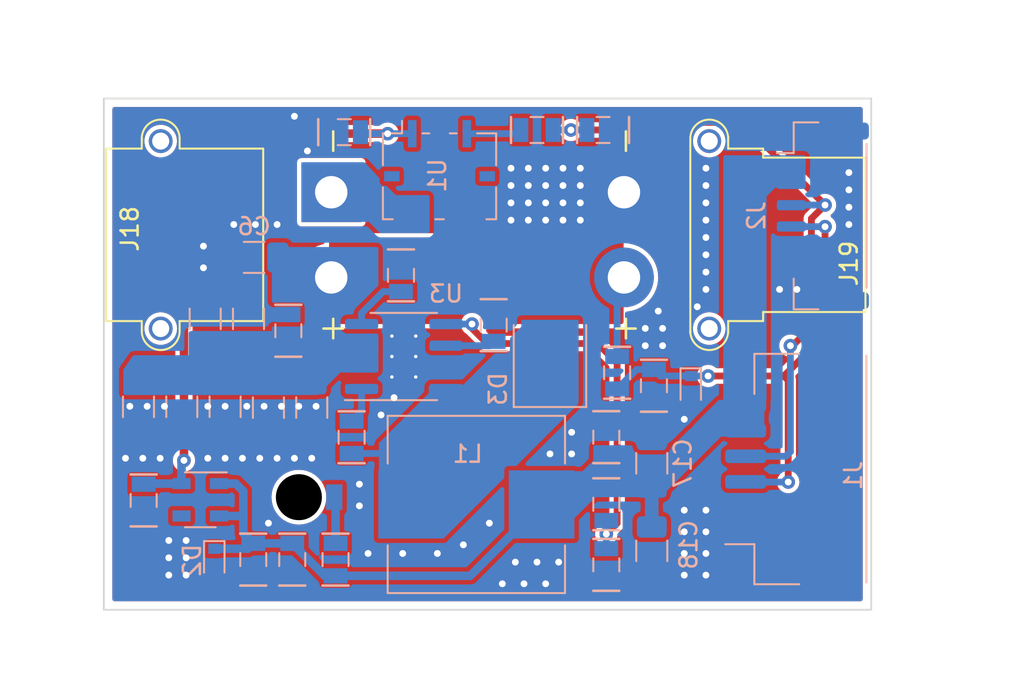
<source format=kicad_pcb>
(kicad_pcb (version 20210424) (generator pcbnew)
  (layers (0 "F.Cu" signal) (31 "B.Cu" signal) (34 "B.Paste" user) (35 "F.Paste" user) (36 "B.SilkS" user "B.Silkscreen") (37 "F.SilkS" user "F.Silkscreen") (38 "B.Mask" user) (39 "F.Mask" user) (44 "Edge.Cuts" user))
  (net 0 "")
  (net 1 "GND")
  (net 2 "VCC")
  (net 3 "/5V3")
  (net 4 "+3V3")
  (net 5 "Net-(C14-Pad1)")
  (net 6 "Net-(C15-Pad1)")
  (net 7 "Net-(C15-Pad2)")
  (net 8 "Net-(D1-Pad2)")
  (net 9 "/SENSE_CURRENT")
  (net 10 "/SENSE_VOLTAGE")
  (net 11 "Net-(J18-Pad1)")
  (net 12 "Net-(R2-Pad1)")
  (net 13 "Net-(R5-Pad2)")
  (net 14 "Net-(R7-Pad1)")
  (footprint "Connector_AMASS:AMASS_XT30PW-F_1x02_P2.50mm_Horizontal" (layer "F.Cu") (at 30.5 -24.5 -90)
    (fp_text reference "J19" (at 4.18 -13.188 90) (layer "F.SilkS"))
    (fp_text value "XT30PW-F")
    (fp_text user "-" (at -3 0 90) (layer "F.SilkS") (effects (font (size 1.5 1.5))))
    (fp_text user "+" (at 8 0 90) (layer "F.SilkS") (effects (font (size 1.5 1.5))))
    (pad "" thru_hole circle locked (at 8 -5 270) (size 1.4 1.4) (drill 1) (layers *.Cu *.Mask))
    (pad "" thru_hole circle locked (at -3 -5) (size 1.4 1.4) (drill 1) (layers *.Cu *.Mask))
    (pad "1" thru_hole rect locked (at 0 0 270) (size 3.5 3.5) (drill 1.9) (layers *.Cu *.Mask) (net 1 "GND"))
    (pad "2" thru_hole circle locked (at 5 0 270) (size 3.5 3.5) (drill 1.9) (layers *.Cu *.Mask) (net 2 "VCC"))
  )
  (footprint "Connector_AMASS:AMASS_XT30PW-M_1x02_P2.50mm_Horizontal" (layer "F.Cu") (at 13.335 -24.5 90)
    (fp_text reference "J18" (at -2.148 -11.811 90) (layer "F.SilkS"))
    (fp_text value "XT30PW-M")
    (fp_text user "-" (at 3 0 90) (layer "F.SilkS") (effects (font (size 1.5 1.5))))
    (fp_text user "+" (at -8 0 90) (layer "F.SilkS") (effects (font (size 1.5 1.5))))
    (pad "" thru_hole circle locked (at 3 -10 90) (size 1.4 1.4) (drill 1) (layers *.Cu *.Mask))
    (pad "" thru_hole circle locked (at -8 -10 90) (size 1.4 1.4) (drill 1) (layers *.Cu *.Mask))
    (pad "1" thru_hole rect locked (at 0 0 90) (size 3.5 3.5) (drill 1.9) (layers *.Cu *.Mask) (net 11 "Net-(J18-Pad1)"))
    (pad "2" thru_hole circle locked (at -5 0 90) (size 3.5 3.5) (drill 1.9) (layers *.Cu *.Mask) (net 2 "VCC"))
  )
  (footprint "Connector_Molex:Molex_CLIK-Mate_505405-0670_1x06-1MP_P1.50mm_Vertical" (layer "B.Cu") (at 40.386 -8.255 90)
    (fp_text reference "J1" (at -0.381 3.556 90) (layer "B.SilkS") (effects (justify mirror)))
    (fp_text value "213226-0611")
    (pad "1" smd roundrect locked (at -3.75 -2.75 90) (size 0.8 2.4) (layers "B.Cu" "B.Paste" "B.Mask") (net 1 "GND"))
    (pad "2" smd roundrect locked (at -2.25 -2.75 90) (size 0.8 2.4) (layers "B.Cu" "B.Paste" "B.Mask") (net 1 "GND"))
    (pad "3" smd roundrect locked (at -0.75 -2.75 90) (size 0.8 2.4) (layers "B.Cu" "B.Paste" "B.Mask") (net 10 "/SENSE_VOLTAGE"))
    (pad "4" smd roundrect locked (at 0.75 -2.75 90) (size 0.8 2.4) (layers "B.Cu" "B.Paste" "B.Mask") (net 9 "/SENSE_CURRENT"))
    (pad "5" smd roundrect locked (at 2.25 -2.75 90) (size 0.8 2.4) (layers "B.Cu" "B.Paste" "B.Mask") (net 3 "/5V3"))
    (pad "6" smd roundrect locked (at 3.75 -2.75 90) (size 0.8 2.4) (layers "B.Cu" "B.Paste" "B.Mask") (net 3 "/5V3"))
    (pad "MP" smd roundrect locked (at 6.35 2.3 90) (size 1.8 3.3) (layers "B.Cu" "B.Paste" "B.Mask") (roundrect_rratio 0.138889) (net 1 "GND"))
    (pad "MP" smd roundrect locked (at -6.35 2.3 90) (size 1.8 3.3) (layers "B.Cu" "B.Paste" "B.Mask") (roundrect_rratio 0.138889) (net 1 "GND"))
  )
  (footprint "Mlab_R:SMD-0805" (layer "B.Cu") (at 14.5288 -10.1219 -90)
    (fp_text reference "C15")
    (fp_text value "100nF")
    (pad "1" smd rect locked (at -0.9525 0 270) (size 0.889 1.397) (layers "B.Cu" "B.Paste" "B.Mask") (net 6 "Net-(C15-Pad1)"))
    (pad "2" smd rect locked (at 0.9525 0 270) (size 0.889 1.397) (layers "B.Cu" "B.Paste" "B.Mask") (net 7 "Net-(C15-Pad2)"))
  )
  (footprint "Mlab_R:SMD-0805" (layer "B.Cu") (at 10.8204 -16.3703 90)
    (fp_text reference "C12")
    (fp_text value "100nF/50V" hide)
    (pad "1" smd rect locked (at -0.9525 0 90) (size 0.889 1.397) (layers "B.Cu" "B.Paste" "B.Mask") (net 2 "VCC"))
    (pad "2" smd rect locked (at 0.9525 0 90) (size 0.889 1.397) (layers "B.Cu" "B.Paste" "B.Mask") (net 1 "GND"))
  )
  (footprint "Resistor_SMD:R_1206_3216Metric" (layer "B.Cu") (at 4.572 -11.9096 -90)
    (fp_text reference "C8" hide)
    (fp_text value "10uF/50V" hide)
    (pad "1" smd roundrect locked (at -1.4 0 270) (size 1.25 1.75) (layers "B.Cu" "B.Paste" "B.Mask") (roundrect_rratio 0.2) (net 2 "VCC"))
    (pad "2" smd roundrect locked (at 1.4 0 270) (size 1.25 1.75) (layers "B.Cu" "B.Paste" "B.Mask") (roundrect_rratio 0.2) (net 1 "GND"))
  )
  (footprint "Mlab_R:SMD-0805" (layer "B.Cu") (at 25.4 -28.152)
    (fp_text reference "R7")
    (fp_text value "?")
    (pad "1" smd rect locked (at -0.9525 0) (size 0.889 1.397) (layers "B.Cu" "B.Paste" "B.Mask") (net 14 "Net-(R7-Pad1)"))
    (pad "2" smd rect locked (at 0.9525 0) (size 0.889 1.397) (layers "B.Cu" "B.Paste" "B.Mask") (net 9 "/SENSE_CURRENT"))
  )
  (footprint "Mlab_R:SMD-0805" (layer "B.Cu") (at 13.589 -2.9425 90)
    (fp_text reference "R1")
    (fp_text value "180R")
    (pad "1" smd rect locked (at -0.9525 0 90) (size 0.889 1.397) (layers "B.Cu" "B.Paste" "B.Mask") (net 3 "/5V3"))
    (pad "2" smd rect locked (at 0.9525 0 90) (size 0.889 1.397) (layers "B.Cu" "B.Paste" "B.Mask") (net 8 "Net-(D1-Pad2)"))
  )
  (footprint "Mlab_R:SMD-0805" (layer "B.Cu") (at 17.4244 -19.6215 90)
    (fp_text reference "R2")
    (fp_text value "59kR")
    (pad "1" smd rect locked (at -0.9525 0 90) (size 0.889 1.397) (layers "B.Cu" "B.Paste" "B.Mask") (net 12 "Net-(R2-Pad1)"))
    (pad "2" smd rect locked (at 0.9525 0 90) (size 0.889 1.397) (layers "B.Cu" "B.Paste" "B.Mask") (net 1 "GND"))
  )
  (footprint "Resistor_SMD:R_1206_3216Metric" (layer "B.Cu") (at 2.032 -11.9096 -90)
    (fp_text reference "C9" hide)
    (fp_text value "10uF/50V" hide)
    (pad "1" smd roundrect locked (at -1.4 0 270) (size 1.25 1.75) (layers "B.Cu" "B.Paste" "B.Mask") (roundrect_rratio 0.2) (net 2 "VCC"))
    (pad "2" smd roundrect locked (at 1.4 0 270) (size 1.25 1.75) (layers "B.Cu" "B.Paste" "B.Mask") (roundrect_rratio 0.2) (net 1 "GND"))
  )
  (footprint "Sensor_Current:Allegro_PSOF-7_4.8x6.4mm_P1.60mm" (layer "B.Cu") (at 19.685 -25.485 -90)
    (fp_text reference "U1" (at 0 0.127 90) (layer "B.SilkS") (effects (justify mirror)))
    (fp_text value "ACS781LLRTR-050U-T" hide)
    (pad "1" smd rect locked (at -2.45 1.6 270) (size 1.6 0.5) (layers "B.Cu" "B.Paste" "B.Mask") (net 4 "+3V3"))
    (pad "2" smd rect locked (at -2.45 0 270) (size 1.6 0.5) (layers "B.Cu" "B.Paste" "B.Mask") (net 1 "GND"))
    (pad "3" smd rect locked (at -2.45 -1.6 270) (size 1.6 0.5) (layers "B.Cu" "B.Paste" "B.Mask") (net 14 "Net-(R7-Pad1)"))
    (pad "4" smd rect locked (at 0.05 -2.8 270) (size 0.6 0.9) (layers "B.Cu" "B.Paste" "B.Mask"))
    (pad "5" smd rect locked (at 2.4 -1.5 270) (size 1.7 1.8) (layers "B.Cu" "B.Paste" "B.Mask") (net 1 "GND"))
    (pad "6" smd rect locked (at 2.4 1.5 270) (size 1.7 1.8) (layers "B.Cu" "B.Paste" "B.Mask") (net 11 "Net-(J18-Pad1)"))
    (pad "7" smd rect locked (at 0.05 2.8 270) (size 0.6 0.9) (layers "B.Cu" "B.Paste" "B.Mask"))
  )
  (footprint "Diode_SMD:D_PowerDI-5" (layer "B.Cu") (at 26.162 -15.706 90)
    (fp_text reference "D3" (at -2.752 -3.048 90) (layer "B.SilkS") (effects (justify mirror)))
    (fp_text value "PDS760-13" hide)
    (pad "1" smd rect locked (at -1.12 0 270) (size 4.86 3.36) (layers "B.Cu" "B.Paste" "B.Mask") (net 7 "Net-(C15-Pad2)"))
    (pad "2" smd rect locked (at 2.862 0.92 270) (size 1.4 1.39) (layers "B.Cu" "B.Paste" "B.Mask") (net 1 "GND"))
    (pad "2" smd rect locked (at 2.862 -0.92 270) (size 1.4 1.39) (layers "B.Cu" "B.Paste" "B.Mask") (net 1 "GND"))
  )
  (footprint "Mlab_R:SMD-0805" (layer "B.Cu") (at 22.86 -16.7005 90)
    (fp_text reference "C14")
    (fp_text value "22nF")
    (pad "1" smd rect locked (at -0.9525 0 90) (size 0.889 1.397) (layers "B.Cu" "B.Paste" "B.Mask") (net 5 "Net-(C14-Pad1)"))
    (pad "2" smd rect locked (at 0.9525 0 90) (size 0.889 1.397) (layers "B.Cu" "B.Paste" "B.Mask") (net 1 "GND"))
  )
  (footprint "Connector_JST:JST_GH_SM06B-GHS-TB_1x06-1MP_P1.25mm_Horizontal" (layer "B.Cu") (at 42.164 -23.114 -90)
    (fp_text reference "J2" (at 0 3.9 90) (layer "B.SilkS") (effects (justify mirror)))
    (fp_text value "SM06B-GHS-TB" hide)
    (pad "1" smd roundrect locked (at -3.125 1.85 270) (size 0.6 1.7) (layers "B.Cu" "B.Paste" "B.Mask") (net 3 "/5V3"))
    (pad "2" smd roundrect locked (at -1.875 1.85 270) (size 0.6 1.7) (layers "B.Cu" "B.Paste" "B.Mask") (net 3 "/5V3"))
    (pad "3" smd roundrect locked (at -0.625 1.85 270) (size 0.6 1.7) (layers "B.Cu" "B.Paste" "B.Mask") (net 9 "/SENSE_CURRENT"))
    (pad "4" smd roundrect locked (at 0.625 1.85 270) (size 0.6 1.7) (layers "B.Cu" "B.Paste" "B.Mask") (net 10 "/SENSE_VOLTAGE"))
    (pad "5" smd roundrect locked (at 1.875 1.85 270) (size 0.6 1.7) (layers "B.Cu" "B.Paste" "B.Mask") (net 1 "GND"))
    (pad "6" smd roundrect locked (at 3.125 1.85 270) (size 0.6 1.7) (layers "B.Cu" "B.Paste" "B.Mask") (net 1 "GND"))
    (pad "MP" smd roundrect locked (at 4.975 -1.35 270) (size 1 2.7) (layers "B.Cu" "B.Paste" "B.Mask") (net 1 "GND"))
    (pad "MP" smd roundrect locked (at -4.975 -1.35 270) (size 1 2.7) (layers "B.Cu" "B.Paste" "B.Mask") (net 1 "GND"))
  )
  (footprint "Mlab_R:SMD-0805" (layer "B.Cu") (at 29.464 -2.634 -90)
    (fp_text reference "R6")
    (fp_text value "R")
    (pad "1" smd rect locked (at -0.9525 0 270) (size 0.889 1.397) (layers "B.Cu" "B.Paste" "B.Mask") (net 13 "Net-(R5-Pad2)"))
    (pad "2" smd rect locked (at 0.9525 0 270) (size 0.889 1.397) (layers "B.Cu" "B.Paste" "B.Mask") (net 1 "GND"))
  )
  (footprint "Resistor_SMD:R_1206_3216Metric" (layer "B.Cu") (at 7.112 -11.9096 -90)
    (fp_text reference "C7" hide)
    (fp_text value "10uF/50V" hide)
    (pad "1" smd roundrect locked (at -1.4 0 270) (size 1.25 1.75) (layers "B.Cu" "B.Paste" "B.Mask") (roundrect_rratio 0.2) (net 2 "VCC"))
    (pad "2" smd roundrect locked (at 1.4 0 270) (size 1.25 1.75) (layers "B.Cu" "B.Paste" "B.Mask") (roundrect_rratio 0.2) (net 1 "GND"))
  )
  (footprint "Mlab_R:SMD-0805" (layer "B.Cu") (at 29.2735 -28.152)
    (fp_text reference "C19")
    (fp_text value "?")
    (pad "1" smd rect locked (at -0.9525 0) (size 0.889 1.397) (layers "B.Cu" "B.Paste" "B.Mask") (net 9 "/SENSE_CURRENT"))
    (pad "2" smd rect locked (at 0.9525 0) (size 0.889 1.397) (layers "B.Cu" "B.Paste" "B.Mask") (net 1 "GND"))
  )
  (footprint "Diode_SMD:D_SOD-523" (layer "B.Cu") (at 6.477 -2.879 -90)
    (fp_text reference "D2" (at 0 1.3 90) (layer "B.SilkS") (effects (justify mirror)))
    (fp_text value "BZX585-B5V6.115" hide)
    (pad "1" smd rect locked (at -0.7 0 90) (size 0.6 0.7) (layers "B.Cu" "B.Paste" "B.Mask") (net 3 "/5V3"))
    (pad "2" smd rect locked (at 0.7 0 90) (size 0.6 0.7) (layers "B.Cu" "B.Paste" "B.Mask") (net 1 "GND"))
  )
  (footprint "Mlab_R:SMD-0805" (layer "B.Cu") (at 29.464 -10.127 90)
    (fp_text reference "C16")
    (fp_text value "1uF")
    (pad "1" smd rect locked (at -0.9525 0 90) (size 0.889 1.397) (layers "B.Cu" "B.Paste" "B.Mask") (net 3 "/5V3"))
    (pad "2" smd rect locked (at 0.9525 0 90) (size 0.889 1.397) (layers "B.Cu" "B.Paste" "B.Mask") (net 1 "GND"))
  )
  (footprint "Resistor_SMD:R_1206_3216Metric" (layer "B.Cu") (at 32.131 -3.4565 -90)
    (fp_text reference "C18" (at -0.3535 -2.159 90) (layer "B.SilkS") (effects (justify mirror)))
    (fp_text value "100uF/6V3" hide)
    (pad "1" smd roundrect locked (at -1.4 0 270) (size 1.25 1.75) (layers "B.Cu" "B.Paste" "B.Mask") (roundrect_rratio 0.2) (net 3 "/5V3"))
    (pad "2" smd roundrect locked (at 1.4 0 270) (size 1.25 1.75) (layers "B.Cu" "B.Paste" "B.Mask") (roundrect_rratio 0.2) (net 1 "GND"))
  )
  (footprint "Mlab_R:SMD-0805" (layer "B.Cu") (at 14.097 -28.025 180)
    (fp_text reference "C4")
    (fp_text value "100nF")
    (pad "1" smd rect locked (at -0.9525 0 180) (size 0.889 1.397) (layers "B.Cu" "B.Paste" "B.Mask") (net 4 "+3V3"))
    (pad "2" smd rect locked (at 0.9525 0 180) (size 0.889 1.397) (layers "B.Cu" "B.Paste" "B.Mask") (net 1 "GND"))
  )
  (footprint "Mlab_R:SMD-0805" (layer "B.Cu") (at 2.3368 -6.4135 -90)
    (fp_text reference "C13")
    (fp_text value "1uF")
    (pad "1" smd rect locked (at -0.9525 0 270) (size 0.889 1.397) (layers "B.Cu" "B.Paste" "B.Mask") (net 4 "+3V3"))
    (pad "2" smd rect locked (at 0.9525 0 270) (size 0.889 1.397) (layers "B.Cu" "B.Paste" "B.Mask") (net 1 "GND"))
  )
  (footprint "Resistor_SMD:R_1206_3216Metric" (layer "B.Cu") (at 5.9436 -17.0688 90)
    (fp_text reference "C1" hide)
    (fp_text value "10uF/50V" hide)
    (pad "1" smd roundrect locked (at -1.4 0 90) (size 1.25 1.75) (layers "B.Cu" "B.Paste" "B.Mask") (roundrect_rratio 0.2) (net 2 "VCC"))
    (pad "2" smd roundrect locked (at 1.4 0 90) (size 1.25 1.75) (layers "B.Cu" "B.Paste" "B.Mask") (roundrect_rratio 0.2) (net 1 "GND"))
  )
  (footprint "Resistor_SMD:R_1206_3216Metric" (layer "B.Cu") (at 8.4836 -17.0688 90)
    (fp_text reference "C11" hide)
    (fp_text value "10uF/50V" hide)
    (pad "1" smd roundrect locked (at -1.4 0 90) (size 1.25 1.75) (layers "B.Cu" "B.Paste" "B.Mask") (roundrect_rratio 0.2) (net 2 "VCC"))
    (pad "2" smd roundrect locked (at 1.4 0 90) (size 1.25 1.75) (layers "B.Cu" "B.Paste" "B.Mask") (roundrect_rratio 0.2) (net 1 "GND"))
  )
  (footprint "Mlab_D:LED_1206" (layer "B.Cu") (at 11.4378 -6.604 180)
    (fp_text reference "D1" hide)
    (fp_text value "LED GREEN" hide)
    (pad "" np_thru_hole circle locked (at 0 0 180) (size 2.7 2.7) (drill 2.7) (layers *.Mask))
    (pad "1" smd rect locked (at 2.075 0 180) (size 0.95 1.5) (layers "B.Cu" "B.Paste" "B.Mask") (net 1 "GND"))
    (pad "2" smd rect locked (at -2.075 0 180) (size 0.95 1.5) (layers "B.Cu" "B.Paste" "B.Mask") (net 8 "Net-(D1-Pad2)"))
  )
  (footprint "Resistor_SMD:R_1206_3216Metric" (layer "B.Cu") (at 32.131 -8.594 90)
    (fp_text reference "C17" (at 0 1.82 90) (layer "B.SilkS") (effects (justify mirror)))
    (fp_text value "100uF/6V3" hide)
    (pad "1" smd roundrect locked (at -1.4 0 90) (size 1.25 1.75) (layers "B.Cu" "B.Paste" "B.Mask") (roundrect_rratio 0.2) (net 3 "/5V3"))
    (pad "2" smd roundrect locked (at 1.4 0 90) (size 1.25 1.75) (layers "B.Cu" "B.Paste" "B.Mask") (roundrect_rratio 0.2) (net 1 "GND"))
  )
  (footprint "Mlab_R:SMD-0805" (layer "B.Cu") (at 32.258 -13.1445 -90)
    (fp_text reference "R4")
    (fp_text value "1k5")
    (pad "1" smd rect locked (at -0.9525 0 270) (size 0.889 1.397) (layers "B.Cu" "B.Paste" "B.Mask") (net 10 "/SENSE_VOLTAGE"))
    (pad "2" smd rect locked (at 0.9525 0 270) (size 0.889 1.397) (layers "B.Cu" "B.Paste" "B.Mask") (net 1 "GND"))
  )
  (footprint "Mlab_R:SMD-0805" (layer "B.Cu") (at 8.763 -2.9425 -90)
    (fp_text reference "C5")
    (fp_text value "100nF")
    (pad "1" smd rect locked (at -0.9525 0 270) (size 0.889 1.397) (layers "B.Cu" "B.Paste" "B.Mask") (net 3 "/5V3"))
    (pad "2" smd rect locked (at 0.9525 0 270) (size 0.889 1.397) (layers "B.Cu" "B.Paste" "B.Mask") (net 1 "GND"))
  )
  (footprint "Resistor_SMD:R_1206_3216Metric" (layer "B.Cu") (at 8.8108 -20.6756 180)
    (fp_text reference "C6" (at 0 1.82) (layer "B.SilkS") (effects (justify mirror)))
    (fp_text value "10uF/50V" hide)
    (pad "1" smd roundrect locked (at -1.4 0 180) (size 1.25 1.75) (layers "B.Cu" "B.Paste" "B.Mask") (roundrect_rratio 0.2) (net 2 "VCC"))
    (pad "2" smd roundrect locked (at 1.4 0 180) (size 1.25 1.75) (layers "B.Cu" "B.Paste" "B.Mask") (roundrect_rratio 0.2) (net 1 "GND"))
  )
  (footprint "Diode_SMD:D_SOD-523" (layer "B.Cu") (at 34.417 -13.016 -90)
    (fp_text reference "D4" hide)
    (fp_text value "BZX585-B5V6.115" hide)
    (pad "1" smd rect locked (at -0.7 0 90) (size 0.6 0.7) (layers "B.Cu" "B.Paste" "B.Mask") (net 10 "/SENSE_VOLTAGE"))
    (pad "2" smd rect locked (at 0.7 0 90) (size 0.6 0.7) (layers "B.Cu" "B.Paste" "B.Mask") (net 1 "GND"))
  )
  (footprint "Mlab_R:SMD-0805" (layer "B.Cu") (at 11.049 -2.9425 -90)
    (fp_text reference "C3")
    (fp_text value "10uF")
    (pad "1" smd rect locked (at -0.9525 0 270) (size 0.889 1.397) (layers "B.Cu" "B.Paste" "B.Mask") (net 3 "/5V3"))
    (pad "2" smd rect locked (at 0.9525 0 270) (size 0.889 1.397) (layers "B.Cu" "B.Paste" "B.Mask") (net 1 "GND"))
  )
  (footprint "Mlab_R:SMD-0805" (layer "B.Cu") (at 29.464 -6.19 -90)
    (fp_text reference "R5")
    (fp_text value "R")
    (pad "1" smd rect locked (at -0.9525 0 270) (size 0.889 1.397) (layers "B.Cu" "B.Paste" "B.Mask") (net 3 "/5V3"))
    (pad "2" smd rect locked (at 0.9525 0 270) (size 0.889 1.397) (layers "B.Cu" "B.Paste" "B.Mask") (net 13 "Net-(R5-Pad2)"))
  )
  (footprint "Inductor_SMD:L_Wuerth_HCI-1050" (layer "B.Cu") (at 21.844 -6.178)
    (fp_text reference "L1" (at -0.508 -2.966) (layer "B.SilkS") (effects (justify mirror)))
    (fp_text value "HCI1050-5R5" hide)
    (pad "1" smd rect locked (at -3.825 0) (size 3.85 4) (layers "B.Cu" "B.Paste" "B.Mask") (net 7 "Net-(C15-Pad2)"))
    (pad "2" smd rect locked (at 3.825 0) (size 3.85 4) (layers "B.Cu" "B.Paste" "B.Mask") (net 3 "/5V3"))
  )
  (footprint "Package_SO:SOIC-8-1EP_3.9x4.9mm_P1.27mm_EP2.41x3.3mm_ThermalVias" (layer "B.Cu") (at 17.591 -14.859)
    (fp_text reference "U3" (at 2.475 -3.683) (layer "B.SilkS") (effects (justify mirror)))
    (fp_text value "LMR14050" hide)
    (pad "1" smd roundrect locked (at -2.475 1.905) (size 1.95 0.6) (layers "B.Cu" "B.Paste" "B.Mask") (net 6 "Net-(C15-Pad1)"))
    (pad "2" smd roundrect locked (at -2.475 0.635) (size 1.95 0.6) (layers "B.Cu" "B.Paste" "B.Mask") (net 2 "VCC"))
    (pad "3" smd roundrect locked (at -2.475 -0.635) (size 1.95 0.6) (layers "B.Cu" "B.Paste" "B.Mask") (net 2 "VCC"))
    (pad "4" smd roundrect locked (at -2.475 -1.905) (size 1.95 0.6) (layers "B.Cu" "B.Paste" "B.Mask") (net 12 "Net-(R2-Pad1)"))
    (pad "5" smd roundrect locked (at 2.475 -1.905) (size 1.95 0.6) (layers "B.Cu" "B.Paste" "B.Mask") (net 13 "Net-(R5-Pad2)"))
    (pad "6" smd roundrect locked (at 2.475 -0.635) (size 1.95 0.6) (layers "B.Cu" "B.Paste" "B.Mask") (net 5 "Net-(C14-Pad1)"))
    (pad "7" smd roundrect locked (at 2.475 0.635) (size 1.95 0.6) (layers "B.Cu" "B.Paste" "B.Mask") (net 1 "GND"))
    (pad "8" smd roundrect locked (at 2.475 1.905) (size 1.95 0.6) (layers "B.Cu" "B.Paste" "B.Mask") (net 7 "Net-(C15-Pad2)"))
    (pad "9" thru_hole circle locked (at 0.7 -1.2) (size 0.5 0.5) (drill 0.2) (layers *.Cu) (net 1 "GND"))
    (pad "9" thru_hole circle locked (at 0.7 1.2) (size 0.5 0.5) (drill 0.2) (layers *.Cu) (net 1 "GND"))
    (pad "9" thru_hole circle locked (at 0.7 0) (size 0.5 0.5) (drill 0.2) (layers *.Cu) (net 1 "GND"))
    (pad "9" smd roundrect locked (at 0 0) (size 1.9 2.9) (layers "F.Cu") (roundrect_rratio 0.131579) (net 1 "GND"))
    (pad "9" smd roundrect locked (at 0 0) (size 2.41 3.3) (layers "B.Cu" "B.Mask") (roundrect_rratio 0.103734) (net 1 "GND"))
    (pad "9" thru_hole circle locked (at -0.7 -1.2) (size 0.5 0.5) (drill 0.2) (layers *.Cu) (net 1 "GND"))
    (pad "9" thru_hole circle locked (at -0.7 1.2) (size 0.5 0.5) (drill 0.2) (layers *.Cu) (net 1 "GND"))
    (pad "9" thru_hole circle locked (at -0.7 0) (size 0.5 0.5) (drill 0.2) (layers *.Cu) (net 1 "GND"))
  )
  (footprint "Mlab_R:SMD-0805" (layer "B.Cu") (at 30.099 -13.9065 -90)
    (fp_text reference "R3")
    (fp_text value "13k7")
    (pad "1" smd rect locked (at -0.9525 0 270) (size 0.889 1.397) (layers "B.Cu" "B.Paste" "B.Mask") (net 2 "VCC"))
    (pad "2" smd rect locked (at 0.9525 0 270) (size 0.889 1.397) (layers "B.Cu" "B.Paste" "B.Mask") (net 10 "/SENSE_VOLTAGE"))
  )
  (footprint "Package_TO_SOT_SMD:SOT-23-5" (layer "B.Cu") (at 5.6564 -6.4516 180)
    (fp_text reference "U2" hide)
    (fp_text value "MIC5504-3.3YM5" hide)
    (pad "1" smd rect locked (at -1.1 0.95 180) (size 1.06 0.65) (layers "B.Cu" "B.Paste" "B.Mask") (net 3 "/5V3"))
    (pad "2" smd rect locked (at -1.1 0 180) (size 1.06 0.65) (layers "B.Cu" "B.Paste" "B.Mask") (net 1 "GND"))
    (pad "3" smd rect locked (at -1.1 -0.95 180) (size 1.06 0.65) (layers "B.Cu" "B.Paste" "B.Mask") (net 3 "/5V3"))
    (pad "4" smd rect locked (at 1.1 -0.95 180) (size 1.06 0.65) (layers "B.Cu" "B.Paste" "B.Mask"))
    (pad "5" smd rect locked (at 1.1 0.95 180) (size 1.06 0.65) (layers "B.Cu" "B.Paste" "B.Mask") (net 4 "+3V3"))
  )
  (footprint "Resistor_SMD:R_1206_3216Metric" (layer "B.Cu") (at 12.192 -11.8648 -90)
    (fp_text reference "C10" hide)
    (fp_text value "10uF/50V" hide)
    (pad "1" smd roundrect locked (at -1.4 0 270) (size 1.25 1.75) (layers "B.Cu" "B.Paste" "B.Mask") (roundrect_rratio 0.2) (net 2 "VCC"))
    (pad "2" smd roundrect locked (at 1.4 0 270) (size 1.25 1.75) (layers "B.Cu" "B.Paste" "B.Mask") (roundrect_rratio 0.2) (net 1 "GND"))
  )
  (footprint "Resistor_SMD:R_1206_3216Metric" (layer "B.Cu") (at 9.652 -11.8588 -90)
    (fp_text reference "C2" hide)
    (fp_text value "10uF/50V" hide)
    (pad "1" smd roundrect locked (at -1.4 0 270) (size 1.25 1.75) (layers "B.Cu" "B.Paste" "B.Mask") (roundrect_rratio 0.2) (net 2 "VCC"))
    (pad "2" smd roundrect locked (at 1.4 0 270) (size 1.25 1.75) (layers "B.Cu" "B.Paste" "B.Mask") (roundrect_rratio 0.2) (net 1 "GND"))
  )
  (gr_rect (start 0 -30) (end 45 0) (layer "Edge.Cuts") (width 0.1) (fill none))
  (via (at 27.94 -25.908) (size 0.8) (drill 0.4) (layers "F.Cu" "B.Cu") (net 1))
  (via (at 25.908 -24.892) (size 0.8) (drill 0.4) (layers "F.Cu" "B.Cu") (net 1))
  (via (at 7.112 -8.89) (size 0.8) (drill 0.4) (layers "F.Cu" "B.Cu") (net 1))
  (via (at 24.638 -1.524) (size 0.8) (drill 0.4) (layers "F.Cu" "B.Cu") (net 1))
  (via (at 3.81 -3.048) (size 0.8) (drill 0.4) (layers "F.Cu" "B.Cu") (net 1))
  (via (at 25.4 -2.794) (size 0.8) (drill 0.4) (layers "F.Cu" "B.Cu") (net 1))
  (via (at 34.036 -3.302) (size 0.8) (drill 0.4) (layers "F.Cu" "B.Cu") (net 1))
  (via (at 14.986 -7.366) (size 0.8) (drill 0.4) (layers "F.Cu" "B.Cu") (net 1))
  (via (at 2.54 -11.938) (size 0.8) (drill 0.4) (layers "F.Cu" "B.Cu") (net 1))
  (via (at 12.446 -11.938) (size 0.8) (drill 0.4) (layers "F.Cu" "B.Cu") (net 1))
  (via (at 24.13 -2.794) (size 0.8) (drill 0.4) (layers "F.Cu" "B.Cu") (net 1))
  (via (at 17.018 -12.446) (size 0.8) (drill 0.4) (layers "F.Cu" "B.Cu") (net 1))
  (via (at 43.688 -23.622) (size 0.8) (drill 0.4) (layers "F.Cu" "B.Cu") (net 1))
  (via (at 21.082 -3.81) (size 0.8) (drill 0.4) (layers "F.Cu" "B.Cu") (net 1))
  (via (at 24.892 -24.892) (size 0.8) (drill 0.4) (layers "F.Cu" "B.Cu") (net 1))
  (via (at 23.368 -1.524) (size 0.8) (drill 0.4) (layers "F.Cu" "B.Cu") (net 1))
  (via (at 10.16 -22.606) (size 0.8) (drill 0.4) (layers "F.Cu" "B.Cu") (net 1))
  (via (at 43.688 -24.638) (size 0.8) (drill 0.4) (layers "F.Cu" "B.Cu") (net 1))
  (via (at 43.688 -25.654) (size 0.8) (drill 0.4) (layers "F.Cu" "B.Cu") (net 1))
  (via (at 7.112 -11.938) (size 0.8) (drill 0.4) (layers "F.Cu" "B.Cu") (net 1))
  (via (at 11.938 -26.924) (size 0.8) (drill 0.4) (layers "F.Cu" "B.Cu") (net 1))
  (via (at 4.826 -2.032) (size 0.8) (drill 0.4) (layers "F.Cu" "B.Cu") (net 1))
  (via (at 9.398 -11.938) (size 0.8) (drill 0.4) (layers "F.Cu" "B.Cu") (net 1))
  (via (at 3.302 -8.89) (size 0.8) (drill 0.4) (layers "F.Cu" "B.Cu") (net 1))
  (via (at 31.75 -16.51) (size 0.8) (drill 0.4) (layers "F.Cu" "B.Cu") (net 1))
  (via (at 6.096 -8.89) (size 0.8) (drill 0.4) (layers "F.Cu" "B.Cu") (net 1))
  (via (at 4.826 -3.048) (size 0.8) (drill 0.4) (layers "F.Cu" "B.Cu") (net 1))
  (via (at 27.94 -22.86) (size 0.8) (drill 0.4) (layers "F.Cu" "B.Cu") (net 1))
  (via (at 35.306 -3.302) (size 0.8) (drill 0.4) (layers "F.Cu" "B.Cu") (net 1))
  (via (at 16.256 -11.43) (size 0.8) (drill 0.4) (layers "F.Cu" "B.Cu") (net 1))
  (via (at 10.16 -8.89) (size 0.8) (drill 0.4) (layers "F.Cu" "B.Cu") (net 1))
  (via (at 35.306 -5.842) (size 0.8) (drill 0.4) (layers "F.Cu" "B.Cu") (net 1))
  (via (at 26.924 -24.892) (size 0.8) (drill 0.4) (layers "F.Cu" "B.Cu") (net 1))
  (via (at 23.876 -22.86) (size 0.8) (drill 0.4) (layers "F.Cu" "B.Cu") (net 1))
  (via (at 5.842 -20.066) (size 0.8) (drill 0.4) (layers "F.Cu" "B.Cu") (net 1))
  (via (at 8.382 -11.938) (size 0.8) (drill 0.4) (layers "F.Cu" "B.Cu") (net 1))
  (via (at 31.75 -15.494) (size 0.8) (drill 0.4) (layers "F.Cu" "B.Cu") (net 1))
  (via (at 5.842 -21.336) (size 0.8) (drill 0.4) (layers "F.Cu" "B.Cu") (net 1))
  (via (at 35.306 -24.892) (size 0.8) (drill 0.4) (layers "F.Cu" "B.Cu") (net 1))
  (via (at 35.306 -22.86) (size 0.8) (drill 0.4) (layers "F.Cu" "B.Cu") (net 1))
  (via (at 27.94 -23.876) (size 0.8) (drill 0.4) (layers "F.Cu" "B.Cu") (net 1))
  (via (at 6.096 -11.938) (size 0.8) (drill 0.4) (layers "F.Cu" "B.Cu") (net 1))
  (via (at 25.908 -1.524) (size 0.8) (drill 0.4) (layers "F.Cu" "B.Cu") (net 1))
  (via (at 23.876 -23.876) (size 0.8) (drill 0.4) (layers "F.Cu" "B.Cu") (net 1))
  (via (at 26.924 -23.876) (size 0.8) (drill 0.4) (layers "F.Cu" "B.Cu") (net 1))
  (via (at 1.27 -8.89) (size 0.8) (drill 0.4) (layers "F.Cu" "B.Cu") (net 1))
  (via (at 8.89 -22.606) (size 0.8) (drill 0.4) (layers "F.Cu" "B.Cu") (net 1))
  (via (at 35.306 -21.844) (size 0.8) (drill 0.4) (layers "F.Cu" "B.Cu") (net 1))
  (via (at 32.766 -16.51) (size 0.8) (drill 0.4) (layers "F.Cu" "B.Cu") (net 1))
  (via (at 34.036 -11.176) (size 0.8) (drill 0.4) (layers "F.Cu" "B.Cu") (net 1))
  (via (at 35.306 -4.572) (size 0.8) (drill 0.4) (layers "F.Cu" "B.Cu") (net 1))
  (via (at 14.986 -6.096) (size 0.8) (drill 0.4) (layers "F.Cu" "B.Cu") (net 1))
  (via (at 26.924 -25.908) (size 0.8) (drill 0.4) (layers "F.Cu" "B.Cu") (net 1))
  (via (at 25.908 -22.86) (size 0.8) (drill 0.4) (layers "F.Cu" "B.Cu") (net 1))
  (via (at 2.286 -8.89) (size 0.8) (drill 0.4) (layers "F.Cu" "B.Cu") (net 1))
  (via (at 11.176 -28.956) (size 0.8) (drill 0.4) (layers "F.Cu" "B.Cu") (net 1))
  (via (at 34.036 -5.842) (size 0.8) (drill 0.4) (layers "F.Cu" "B.Cu") (net 1))
  (via (at 35.306 -25.908) (size 0.8) (drill 0.4) (layers "F.Cu" "B.Cu") (net 1))
  (via (at 12.192 -8.89) (size 0.8) (drill 0.4) (layers "F.Cu" "B.Cu") (net 1))
  (via (at 23.876 -25.908) (size 0.8) (drill 0.4) (layers "F.Cu" "B.Cu") (net 1))
  (via (at 26.162 -9.144) (size 0.8) (drill 0.4) (layers "F.Cu" "B.Cu") (net 1))
  (via (at 9.144 -8.89) (size 0.8) (drill 0.4) (layers "F.Cu" "B.Cu") (net 1))
  (via (at 24.892 -25.908) (size 0.8) (drill 0.4) (layers "F.Cu" "B.Cu") (net 1))
  (via (at 24.892 -23.876) (size 0.8) (drill 0.4) (layers "F.Cu" "B.Cu") (net 1))
  (via (at 22.606 -5.08) (size 0.8) (drill 0.4) (layers "F.Cu" "B.Cu") (net 1))
  (via (at 35.306 -20.828) (size 0.8) (drill 0.4) (layers "F.Cu" "B.Cu") (net 1))
  (via (at 19.558 -3.302) (size 0.8) (drill 0.4) (layers "F.Cu" "B.Cu") (net 1))
  (via (at 27.94 -24.892) (size 0.8) (drill 0.4) (layers "F.Cu" "B.Cu") (net 1))
  (via (at 35.306 -2.032) (size 0.8) (drill 0.4) (layers "F.Cu" "B.Cu") (net 1))
  (via (at 9.652 -5.08) (size 0.8) (drill 0.4) (layers "F.Cu" "B.Cu") (net 1))
  (via (at 35.306 -23.876) (size 0.8) (drill 0.4) (layers "F.Cu" "B.Cu") (net 1))
  (via (at 10.414 -11.938) (size 0.8) (drill 0.4) (layers "F.Cu" "B.Cu") (net 1))
  (via (at 23.876 -24.892) (size 0.8) (drill 0.4) (layers "F.Cu" "B.Cu") (net 1))
  (via (at 3.556 -11.938) (size 0.8) (drill 0.4) (layers "F.Cu" "B.Cu") (net 1))
  (via (at 11.176 -8.89) (size 0.8) (drill 0.4) (layers "F.Cu" "B.Cu") (net 1))
  (via (at 39.624 -18.796) (size 0.8) (drill 0.4) (layers "F.Cu" "B.Cu") (net 1))
  (via (at 11.43 -11.938) (size 0.8) (drill 0.4) (layers "F.Cu" "B.Cu") (net 1))
  (via (at 40.64 -18.796) (size 0.8) (drill 0.4) (layers "F.Cu" "B.Cu") (net 1))
  (via (at 7.62 -22.606) (size 0.8) (drill 0.4) (layers "F.Cu" "B.Cu") (net 1))
  (via (at 32.766 -15.494) (size 0.8) (drill 0.4) (layers "F.Cu" "B.Cu") (net 1))
  (via (at 34.798 -17.78) (size 0.8) (drill 0.4) (layers "F.Cu" "B.Cu") (net 1))
  (via (at 17.526 -3.302) (size 0.8) (drill 0.4) (layers "F.Cu" "B.Cu") (net 1))
  (via (at 34.036 -2.032) (size 0.8) (drill 0.4) (layers "F.Cu" "B.Cu") (net 1))
  (via (at 27.432 -10.414) (size 0.8) (drill 0.4) (layers "F.Cu" "B.Cu") (net 1))
  (via (at 4.826 -4.064) (size 0.8) (drill 0.4) (layers "F.Cu" "B.Cu") (net 1))
  (via (at 1.524 -11.938) (size 0.8) (drill 0.4) (layers "F.Cu" "B.Cu") (net 1))
  (via (at 43.688 -22.606) (size 0.8) (drill 0.4) (layers "F.Cu" "B.Cu") (net 1))
  (via (at 15.494 -3.302) (size 0.8) (drill 0.4) (layers "F.Cu" "B.Cu") (net 1))
  (via (at 3.81 -4.064) (size 0.8) (drill 0.4) (layers "F.Cu" "B.Cu") (net 1))
  (via (at 32.512 -17.526) (size 0.8) (drill 0.4) (layers "F.Cu" "B.Cu") (net 1))
  (via (at 8.128 -8.89) (size 0.8) (drill 0.4) (layers "F.Cu" "B.Cu") (net 1))
  (via (at 3.81 -2.032) (size 0.8) (drill 0.4) (layers "F.Cu" "B.Cu") (net 1))
  (via (at 26.924 -22.86) (size 0.8) (drill 0.4) (layers "F.Cu" "B.Cu") (net 1))
  (via (at 35.306 -19.812) (size 0.8) (drill 0.4) (layers "F.Cu" "B.Cu") (net 1))
  (via (at 25.908 -25.908) (size 0.8) (drill 0.4) (layers "F.Cu" "B.Cu") (net 1))
  (via (at 26.67 -2.794) (size 0.8) (drill 0.4) (layers "F.Cu" "B.Cu") (net 1))
  (via (at 25.908 -23.876) (size 0.8) (drill 0.4) (layers "F.Cu" "B.Cu") (net 1))
  (via (at 27.432 -9.144) (size 0.8) (drill 0.4) (layers "F.Cu" "B.Cu") (net 1))
  (via (at 24.892 -22.86) (size 0.8) (drill 0.4) (layers "F.Cu" "B.Cu") (net 1))
  (via (at 34.036 -4.572) (size 0.8) (drill 0.4) (layers "F.Cu" "B.Cu") (net 1))
  (via (at 35.306 -18.796) (size 0.8) (drill 0.4) (layers "F.Cu" "B.Cu") (net 1))
  (segment (start 30.099 -19.099) (end 30.5 -19.5) (width 0.4) (layer "B.Cu") (net 2))
  (segment (start 30.099 -14.859) (end 30.099 -19.099) (width 0.4) (layer "B.Cu") (net 2))
  (segment (start 11.049 -3.895) (end 8.763 -3.895) (width 0.5) (layer "B.Cu") (net 3))
  (segment (start 6.7564 -7.4016) (end 7.7368 -7.4016) (width 0.5) (layer "B.Cu") (net 3))
  (segment (start 8.1788 -4.4792) (end 8.763 -3.895) (width 0.5) (layer "B.Cu") (net 3))
  (segment (start 13.589 -1.99) (end 12.954 -1.99) (width 0.5) (layer "B.Cu") (net 3))
  (segment (start 12.954 -1.99) (end 11.049 -3.895) (width 0.5) (layer "B.Cu") (net 3))
  (segment (start 6.7564 -5.5016) (end 8.1636 -5.5016) (width 0.5) (layer "B.Cu") (net 3))
  (segment (start 32.131 -4.8565) (end 32.131 -7.194) (width 0.8) (layer "B.Cu") (net 3))
  (segment (start 8.1636 -5.5016) (end 8.1788 -5.4864) (width 0.5) (layer "B.Cu") (net 3))
  (segment (start 21.481 -1.99) (end 25.669 -6.178) (width 0.5) (layer "B.Cu") (net 3))
  (segment (start 7.7368 -7.4016) (end 8.1788 -6.9596) (width 0.5) (layer "B.Cu") (net 3))
  (segment (start 6.477 -3.579) (end 8.447 -3.579) (width 0.5) (layer "B.Cu") (net 3))
  (segment (start 8.1788 -5.4864) (end 8.1788 -4.4792) (width 0.5) (layer "B.Cu") (net 3))
  (segment (start 13.589 -1.99) (end 21.481 -1.99) (width 0.5) (layer "B.Cu") (net 3))
  (segment (start 8.447 -3.579) (end 8.763 -3.895) (width 0.5) (layer "B.Cu") (net 3))
  (segment (start 8.1788 -6.9596) (end 8.1788 -5.4864) (width 0.5) (layer "B.Cu") (net 3))
  (segment (start 6.7564 -5.5016) (end 7.1564 -5.5016) (width 0.5) (layer "B.Cu") (net 3))
  (segment (start 4.699 -21.59) (end 11.049 -27.94) (width 0.5) (layer "F.Cu") (net 4))
  (segment (start 16.637 -27.94) (end 16.642 -27.935) (width 0.5) (layer "F.Cu") (net 4))
  (segment (start 4.699 -8.763) (end 4.699 -21.59) (width 0.5) (layer "F.Cu") (net 4))
  (segment (start 11.049 -27.94) (end 16.637 -27.94) (width 0.5) (layer "F.Cu") (net 4))
  (via (at 16.642 -27.935) (size 0.8) (drill 0.4) (layers "F.Cu" "B.Cu") (net 4))
  (via (at 4.699 -8.763) (size 0.8) (drill 0.4) (layers "F.Cu" "B.Cu") (net 4))
  (segment (start 4.5564 -7.4016) (end 2.3724 -7.4016) (width 0.5) (layer "B.Cu") (net 4))
  (segment (start 15.1395 -27.935) (end 15.0495 -28.025) (width 0.4) (layer "B.Cu") (net 4))
  (segment (start 2.3724 -7.4016) (end 2.3368 -7.366) (width 0.5) (layer "B.Cu") (net 4))
  (segment (start 18.085 -27.935) (end 16.642 -27.935) (width 0.4) (layer "B.Cu") (net 4))
  (segment (start 4.5564 -7.4016) (end 4.5564 -8.6204) (width 0.5) (layer "B.Cu") (net 4))
  (segment (start 16.642 -27.935) (end 15.1395 -27.935) (width 0.4) (layer "B.Cu") (net 4))
  (segment (start 4.5564 -8.6204) (end 4.699 -8.763) (width 0.5) (layer "B.Cu") (net 4))
  (segment (start 20.066 -15.494) (end 22.606 -15.494) (width 0.4) (layer "B.Cu") (net 5))
  (segment (start 22.606 -15.494) (end 22.86 -15.748) (width 0.4) (layer "B.Cu") (net 5))
  (segment (start 15.116 -11.6616) (end 14.5288 -11.0744) (width 0.4) (layer "B.Cu") (net 6))
  (segment (start 15.116 -12.954) (end 15.116 -11.6616) (width 0.4) (layer "B.Cu") (net 6))
  (segment (start 17.8816 -9.1694) (end 18.019 -9.032) (width 0.4) (layer "B.Cu") (net 7))
  (segment (start 18.019 -9.032) (end 18.019 -6.178) (width 0.4) (layer "B.Cu") (net 7))
  (segment (start 14.5288 -9.1694) (end 17.8816 -9.1694) (width 0.4) (layer "B.Cu") (net 7))
  (segment (start 13.589 -6.5278) (end 13.5128 -6.604) (width 0.5) (layer "B.Cu") (net 8))
  (segment (start 13.589 -3.895) (end 13.589 -6.5278) (width 0.5) (layer "B.Cu") (net 8))
  (segment (start 41.491489 -16.599489) (end 41.491489 -22.949489) (width 0.4) (layer "F.Cu") (net 9))
  (segment (start 31.514631 -28.599511) (end 37.440489 -28.599511) (width 0.4) (layer "F.Cu") (net 9))
  (segment (start 40.259 -15.494) (end 40.386 -15.494) (width 0.4) (layer "F.Cu") (net 9))
  (segment (start 40.386 -15.494) (end 41.491489 -16.599489) (width 0.4) (layer "F.Cu") (net 9))
  (segment (start 41.491489 -22.949489) (end 42.291 -23.749) (width 0.4) (layer "F.Cu") (net 9))
  (segment (start 31.06712 -28.152) (end 31.514631 -28.599511) (width 0.4) (layer "F.Cu") (net 9))
  (segment (start 27.39 -28.152) (end 31.06712 -28.152) (width 0.4) (layer "F.Cu") (net 9))
  (segment (start 37.440489 -28.599511) (end 42.291 -23.749) (width 0.4) (layer "F.Cu") (net 9))
  (via (at 27.39 -28.152) (size 0.8) (drill 0.4) (layers "F.Cu" "B.Cu") (net 9))
  (via (at 40.259 -15.494) (size 0.8) (drill 0.4) (layers "F.Cu" "B.Cu") (net 9))
  (via (at 42.291 -23.749) (size 0.8) (drill 0.4) (layers "F.Cu" "B.Cu") (net 9))
  (segment (start 39.993 -9.005) (end 37.636 -9.005) (width 0.4) (layer "B.Cu") (net 9))
  (segment (start 26.3525 -28.152) (end 27.39 -28.152) (width 0.4) (layer "B.Cu") (net 9))
  (segment (start 28.321 -28.152) (end 27.39 -28.152) (width 0.4) (layer "B.Cu") (net 9))
  (segment (start 40.259 -15.494) (end 40.259 -9.271) (width 0.4) (layer "B.Cu") (net 9))
  (segment (start 40.259 -9.271) (end 39.993 -9.005) (width 0.4) (layer "B.Cu") (net 9))
  (segment (start 42.291 -23.749) (end 40.324 -23.749) (width 0.4) (layer "B.Cu") (net 9))
  (segment (start 40.324 -23.749) (end 40.314 -23.739) (width 0.4) (layer "B.Cu") (net 9))
  (segment (start 40.132 -13.462) (end 40.132 -7.493) (width 0.4) (layer "F.Cu") (net 10))
  (segment (start 42.291 -22.479) (end 42.291 -16.129) (width 0.4) (layer "F.Cu") (net 10))
  (segment (start 42.291 -16.129) (end 39.878 -13.716) (width 0.4) (layer "F.Cu") (net 10))
  (segment (start 35.433 -13.716) (end 39.878 -13.716) (width 0.4) (layer "F.Cu") (net 10))
  (segment (start 39.878 -13.716) (end 40.132 -13.462) (width 0.4) (layer "F.Cu") (net 10))
  (via (at 42.291 -22.479) (size 0.8) (drill 0.4) (layers "F.Cu" "B.Cu") (net 10))
  (via (at 40.132 -7.493) (size 0.8) (drill 0.4) (layers "F.Cu" "B.Cu") (net 10))
  (via (at 35.433 -13.716) (size 0.8) (drill 0.4) (layers "F.Cu" "B.Cu") (net 10))
  (segment (start 34.417 -13.716) (end 35.433 -13.716) (width 0.4) (layer "B.Cu") (net 10))
  (segment (start 37.648 -7.493) (end 37.636 -7.505) (width 0.4) (layer "B.Cu") (net 10))
  (segment (start 32.258 -14.097) (end 31.242 -14.097) (width 0.4) (layer "B.Cu") (net 10))
  (segment (start 42.291 -22.479) (end 40.324 -22.479) (width 0.4) (layer "B.Cu") (net 10))
  (segment (start 34.417 -13.716) (end 32.639 -13.716) (width 0.4) (layer "B.Cu") (net 10))
  (segment (start 40.132 -7.493) (end 37.648 -7.493) (width 0.4) (layer "B.Cu") (net 10))
  (segment (start 31.242 -14.097) (end 30.099 -12.954) (width 0.4) (layer "B.Cu") (net 10))
  (segment (start 40.324 -22.479) (end 40.314 -22.489) (width 0.4) (layer "B.Cu") (net 10))
  (segment (start 32.639 -13.716) (end 32.258 -14.097) (width 0.4) (layer "B.Cu") (net 10))
  (segment (start 16.383 -18.669) (end 17.4244 -18.669) (width 0.4) (layer "B.Cu") (net 12))
  (segment (start 15.116 -17.402) (end 16.383 -18.669) (width 0.4) (layer "B.Cu") (net 12))
  (segment (start 15.116 -16.764) (end 15.116 -17.402) (width 0.4) (layer "B.Cu") (net 12))
  (segment (start 28.956 -15.621) (end 30.099 -14.478) (width 0.4) (layer "F.Cu") (net 13))
  (segment (start 30.099 -14.478) (end 30.099 -5.08) (width 0.4) (layer "F.Cu") (net 13))
  (segment (start 30.099 -5.08) (end 29.464 -4.445) (width 0.4) (layer "F.Cu") (net 13))
  (segment (start 21.59 -16.764) (end 21.59 -16.51) (width 0.4) (layer "F.Cu") (net 13))
  (segment (start 21.59 -16.51) (end 22.479 -15.621) (width 0.4) (layer "F.Cu") (net 13))
  (segment (start 22.479 -15.621) (end 28.956 -15.621) (width 0.4) (layer "F.Cu") (net 13))
  (via (at 29.464 -4.445) (size 0.8) (drill 0.4) (layers "F.Cu" "B.Cu") (net 13))
  (via (at 21.59 -16.764) (size 0.8) (drill 0.4) (layers "F.Cu" "B.Cu") (net 13))
  (segment (start 20.066 -16.764) (end 21.59 -16.764) (width 0.4) (layer "B.Cu") (net 13))
  (segment (start 29.464 -3.5865) (end 29.464 -5.2375) (width 0.4) (layer "B.Cu") (net 13))
  (segment (start 29.464 -4.445) (end 29.464 -5.2375) (width 0.4) (layer "B.Cu") (net 13))
  (segment (start 21.285 -27.935) (end 24.2305 -27.935) (width 0.4) (layer "B.Cu") (net 14))
  (segment (start 24.2305 -27.935) (end 24.4475 -28.152) (width 0.4) (layer "B.Cu") (net 14))
  (zone (net 2) (net_name "VCC") (layer "F.Cu") (priority 1) (connect_pads yes (clearance 0.254)) (min_thickness 0.254) (fill yes (thermal_gap 0.508) (thermal_bridge_width 0.508))
    (polygon (pts (xy 30.48 -16.764) (xy 13.208 -16.764) (xy 13.208 -21.844) (xy 30.48 -21.844)))
  )
  (zone (net 1) (net_name "GND") (layers F&B.Cu) (connect_pads yes (clearance 0.254)) (min_thickness 0.254) (fill yes (thermal_gap 0.508) (thermal_bridge_width 0.508))
    (polygon (pts (xy 47.879 4.318) (xy -3.81 3.683) (xy -6.088176 -33.274073) (xy 48.387 -33.782)))
    (polygon (pts (xy -6.088176 -33.274073) (xy -6.096 -33.274) (xy -6.096 -33.401)))
  )
  (zone (net 11) (net_name "Net-(J18-Pad1)") (layer "B.Cu") (priority 1) (connect_pads yes (clearance 0.254)) (min_thickness 0.254) (fill yes (thermal_gap 0.508) (thermal_bridge_width 0.508))
    (polygon (pts (xy 15.2908 -26.2636) (xy 16.5608 -24.892) (xy 17.1196 -24.3332) (xy 19.1008 -24.3332) (xy 19.1008 -22.098) (xy 16.2052 -22.098) (xy 15.5448 -22.7584) (xy 11.6332 -22.7584) (xy 11.5824 -26.2636)))
  )
  (zone (net 3) (net_name "/5V3") (layer "B.Cu") (priority 1) (connect_pads yes (clearance 0.254)) (min_thickness 0.254) (fill yes (thermal_gap 0.508) (thermal_bridge_width 0.508))
    (polygon (pts (xy 41.148 -24.765) (xy 39.37 -24.765) (xy 38.862 -24.257) (xy 38.862 -12.192) (xy 36.322 -12.192) (xy 36.322 -26.67) (xy 41.148 -26.67)))
  )
  (zone (net 2) (net_name "VCC") (layer "B.Cu") (priority 1) (connect_pads yes (clearance 0.254)) (min_thickness 0.254) (fill yes (thermal_gap 0.508) (thermal_bridge_width 0.508))
    (polygon (pts (xy 16.1036 -13.9192) (xy 13.8684 -13.9192) (xy 12.5476 -12.5984) (xy 1.143 -12.5984) (xy 1.143 -14.097) (xy 1.7272 -14.9352) (xy 4.9784 -14.9352) (xy 4.9784 -16.3576) (xy 9.8552 -16.3576) (xy 9.8552 -21.2852) (xy 16.1036 -21.2852)))
  )
  (zone (net 3) (net_name "/5V3") (layer "B.Cu") (priority 1) (connect_pads yes (clearance 0.254)) (min_thickness 0.254) (fill yes (thermal_gap 0.508) (thermal_bridge_width 0.508))
    (polygon (pts (xy 38.735 -10.16) (xy 36.195 -10.16) (xy 32.639 -6.604) (xy 28.829 -6.604) (xy 27.559 -5.334) (xy 24.257 -5.334) (xy 24.257 -8.128) (xy 28.067 -8.128) (xy 28.702 -8.763) (xy 28.702 -9.652) (xy 33.401 -9.652) (xy 36.068 -12.319) (xy 38.735 -12.319)))
  )
  (zone (net 7) (net_name "Net-(C15-Pad2)") (layer "B.Cu") (priority 1) (connect_pads yes (clearance 0.254)) (min_thickness 0.254) (fill yes (thermal_gap 0.508) (thermal_bridge_width 0.508))
    (polygon (pts (xy 27.813 -12.065) (xy 19.939 -4.191) (xy 16.129 -4.191) (xy 16.129 -9.779) (xy 19.05 -12.7) (xy 19.05 -13.208) (xy 21.082 -13.208) (xy 24.638 -16.764) (xy 27.813 -16.764)))
  )
)
</source>
